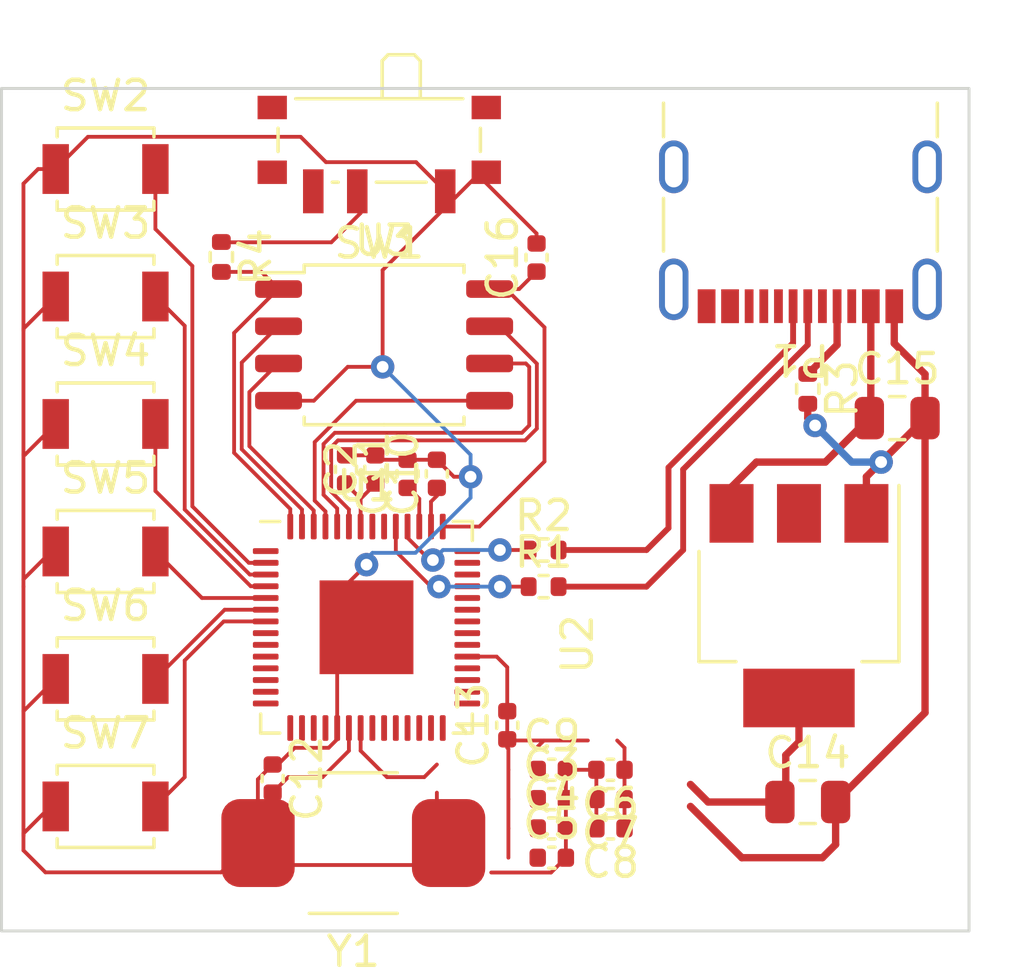
<source format=kicad_pcb>
(kicad_pcb (version 20221018) (generator pcbnew)
  (layers (0 "F.Cu" signal) (31 "B.Cu" signal) (34 "B.Paste" user) (35 "F.Paste" user) (36 "B.SilkS" user "B.Silkscreen") (37 "F.SilkS" user "F.Silkscreen") (38 "B.Mask" user) (39 "F.Mask" user) (44 "Edge.Cuts" user))
  (net 0 "")
  (net 1 "+1V1")
  (net 2 "GND")
  (net 3 "+3.3V")
  (net 4 "Net-(U1-XIN)")
  (net 5 "Net-(U1-XOUT)")
  (net 6 "VBUS")
  (net 7 "Net-(P1-CC)")
  (net 9 "Net-(U1-USB_DP)")
  (net 10 "USB_D+")
  (net 11 "Net-(U1-USB_DM)")
  (net 12 "USB_D-")
  (net 13 "Net-(SW1-B)")
  (net 14 "Net-(U1-QSPI_SS)")
  (net 15 "Net-(SW2-B)")
  (net 16 "Net-(SW3-B)")
  (net 17 "Net-(SW4-B)")
  (net 18 "Net-(SW5-B)")
  (net 19 "Net-(SW6-B)")
  (net 20 "Net-(SW7-B)")
  (net 48 "Net-(U1-QSPI_SD3)")
  (net 49 "Net-(U1-QSPI_SCLK)")
  (net 50 "Net-(U1-QSPI_SD0)")
  (net 51 "Net-(U1-QSPI_SD2)")
  (net 52 "Net-(U1-QSPI_SD1)")
  (footprint "Capacitor_SMD:C_0402_1005Metric" (layer "F.Cu") (at 114.52 73.5 180)
    (fp_text reference "C8" (at 0 -1.16) (layer "F.SilkS"))
    (fp_text value "100n")
    (pad "1" smd roundrect (at -0.48 0 180) (size 0.56 0.62) (layers "F.Cu" "F.Paste" "F.Mask") (net 3 "+3.3V"))
    (pad "2" smd roundrect (at 0.48 0 180) (size 0.56 0.62) (layers "F.Cu" "F.Paste" "F.Mask") (net 2 "GND"))
  )
  (footprint "Capacitor_SMD:C_0402_1005Metric" (layer "F.Cu") (at 103 71.8 -90)
    (fp_text reference "C12" (at 0 -1.16 90) (layer "F.SilkS"))
    (fp_text value "27p")
    (pad "1" smd roundrect (at -0.48 0 270) (size 0.56 0.62) (layers "F.Cu" "F.Paste" "F.Mask") (net 2 "GND"))
    (pad "2" smd roundrect (at 0.48 0 270) (size 0.56 0.62) (layers "F.Cu" "F.Paste" "F.Mask") (net 4 "Net-(U1-XIN)"))
  )
  (footprint "Capacitor_SMD:C_0402_1005Metric" (layer "F.Cu") (at 108.6 61.4 90)
    (fp_text reference "C10" (at 0 -1.16 90) (layer "F.SilkS"))
    (fp_text value "1u")
    (pad "1" smd roundrect (at -0.48 0 90) (size 0.56 0.62) (layers "F.Cu" "F.Paste" "F.Mask") (net 3 "+3.3V"))
    (pad "2" smd roundrect (at 0.48 0 90) (size 0.56 0.62) (layers "F.Cu" "F.Paste" "F.Mask") (net 2 "GND"))
  )
  (footprint "Capacitor_SMD:C_0402_1005Metric" (layer "F.Cu") (at 114.52 71.5 180)
    (fp_text reference "C6" (at 0 -1.16) (layer "F.SilkS"))
    (fp_text value "100n")
    (pad "1" smd roundrect (at -0.48 0 180) (size 0.56 0.62) (layers "F.Cu" "F.Paste" "F.Mask") (net 3 "+3.3V"))
    (pad "2" smd roundrect (at 0.48 0 180) (size 0.56 0.62) (layers "F.Cu" "F.Paste" "F.Mask") (net 2 "GND"))
  )
  (footprint "Capacitor_SMD:C_0805_2012Metric" (layer "F.Cu") (at 121.25 72.6)
    (fp_text reference "C14" (at 0 -1.68) (layer "F.SilkS"))
    (fp_text value "10u")
    (pad "1" smd roundrect (at -0.95 0) (size 1 1.45) (layers "F.Cu" "F.Paste" "F.Mask") (net 3 "+3.3V"))
    (pad "2" smd roundrect (at 0.95 0) (size 1 1.45) (layers "F.Cu" "F.Paste" "F.Mask") (net 2 "GND"))
  )
  (footprint "Resistor_SMD:R_0402_1005Metric" (layer "F.Cu") (at 121.25 58.5 -90)
    (fp_text reference "R3" (at 0 -1.17 90) (layer "F.SilkS"))
    (fp_text value "5.1k")
    (pad "1" smd roundrect (at -0.51 0 270) (size 0.54 0.64) (layers "F.Cu" "F.Paste" "F.Mask") (net 7 "Net-(P1-CC)"))
    (pad "2" smd roundrect (at 0.51 0 270) (size 0.54 0.64) (layers "F.Cu" "F.Paste" "F.Mask") (net 2 "GND"))
  )
  (footprint "Package_TO_SOT_SMD:SOT-223-3_TabPin2" (layer "F.Cu") (at 120.95 65.9 -90)
    (fp_text reference "U2" (at 1.315407 7.55675 90) (layer "F.SilkS"))
    (fp_text value "NCP1117-3.3_SOT223")
    (pad "1" smd rect (at -3.15 -2.3 270) (size 2 1.5) (layers "F.Cu" "F.Paste" "F.Mask") (net 2 "GND"))
    (pad "2" smd rect (at -3.15 0 270) (size 2 1.5) (layers "F.Cu" "F.Paste" "F.Mask") (net 3 "+3.3V"))
    (pad "2" smd rect (at 3.15 0 270) (size 2 3.8) (layers "F.Cu" "F.Paste" "F.Mask") (net 3 "+3.3V"))
    (pad "3" smd rect (at -3.15 2.3 270) (size 2 1.5) (layers "F.Cu" "F.Paste" "F.Mask") (net 6 "VBUS"))
  )
  (footprint "Button_Switch_SMD:SW_SPST_B3U-1000P" (layer "F.Cu") (at 97.3 68.4)
    (fp_text reference "SW6" (at 0 -2.5) (layer "F.SilkS"))
    (fp_text value "SW_SPST")
    (pad "1" smd rect (at -1.7 0) (size 0.9 1.7) (layers "F.Cu" "F.Paste" "F.Mask") (net 2 "GND"))
    (pad "2" smd rect (at 1.7 0) (size 0.9 1.7) (layers "F.Cu" "F.Paste" "F.Mask") (net 19 "Net-(SW6-B)"))
  )
  (footprint "Package_SO:SOIC-8_5.23x5.23mm_P1.27mm" (layer "F.Cu") (at 106.8 57)
    (fp_text reference "U3" (at 0 -3.56) (layer "F.SilkS"))
    (fp_text value "W25Q128JVS")
    (pad "1" smd roundrect (at -3.6 -1.905) (size 1.6 0.6) (layers "F.Cu" "F.Paste" "F.Mask") (net 14 "Net-(U1-QSPI_SS)"))
    (pad "2" smd roundrect (at -3.6 -0.635) (size 1.6 0.6) (layers "F.Cu" "F.Paste" "F.Mask") (net 52 "Net-(U1-QSPI_SD1)"))
    (pad "3" smd roundrect (at -3.6 0.635) (size 1.6 0.6) (layers "F.Cu" "F.Paste" "F.Mask") (net 51 "Net-(U1-QSPI_SD2)"))
    (pad "4" smd roundrect (at -3.6 1.905) (size 1.6 0.6) (layers "F.Cu" "F.Paste" "F.Mask") (net 2 "GND"))
    (pad "5" smd roundrect (at 3.6 1.905) (size 1.6 0.6) (layers "F.Cu" "F.Paste" "F.Mask") (net 50 "Net-(U1-QSPI_SD0)"))
    (pad "6" smd roundrect (at 3.6 0.635) (size 1.6 0.6) (layers "F.Cu" "F.Paste" "F.Mask") (net 49 "Net-(U1-QSPI_SCLK)"))
    (pad "7" smd roundrect (at 3.6 -0.635) (size 1.6 0.6) (layers "F.Cu" "F.Paste" "F.Mask") (net 48 "Net-(U1-QSPI_SD3)"))
    (pad "8" smd roundrect (at 3.6 -1.905) (size 1.6 0.6) (layers "F.Cu" "F.Paste" "F.Mask") (net 3 "+3.3V"))
  )
  (footprint "Button_Switch_SMD:SW_SPDT_PCM12" (layer "F.Cu") (at 106.635 50.33 180)
    (fp_text reference "SW1" (at 0 -3.2 180) (layer "F.SilkS"))
    (fp_text value "SW_SPST")
    (pad "" smd rect (at -3.65 -0.78 180) (size 1 0.8) (layers "F.Cu" "F.Paste" "F.Mask"))
    (pad "" smd rect (at -3.65 1.43 180) (size 1 0.8) (layers "F.Cu" "F.Paste" "F.Mask"))
    (pad "" np_thru_hole circle (at -1.5 0.33 180) (size 0.9 0.9) (drill 0.9) (layers "*.Cu" "*.Mask"))
    (pad "" np_thru_hole circle (at 1.5 0.33 180) (size 0.9 0.9) (drill 0.9) (layers "*.Cu" "*.Mask"))
    (pad "" smd rect (at 3.65 -0.78 180) (size 1 0.8) (layers "F.Cu" "F.Paste" "F.Mask"))
    (pad "" smd rect (at 3.65 1.43 180) (size 1 0.8) (layers "F.Cu" "F.Paste" "F.Mask"))
    (pad "1" smd rect (at -2.25 -1.43 180) (size 0.7 1.5) (layers "F.Cu" "F.Paste" "F.Mask") (net 2 "GND"))
    (pad "2" smd rect (at 0.75 -1.43 180) (size 0.7 1.5) (layers "F.Cu" "F.Paste" "F.Mask") (net 13 "Net-(SW1-B)"))
    (pad "3" smd rect (at 2.25 -1.43 180) (size 0.7 1.5) (layers "F.Cu" "F.Paste" "F.Mask"))
  )
  (footprint "Connector_USB:USB_C_Receptacle_GCT_USB4105-xx-A_16P_TopMnt_Horizontal" (layer "F.Cu") (at 121 52 180)
    (fp_text reference "P1" (at 0 -5.5 180 unlocked) (layer "F.SilkS"))
    (fp_text value "USB_C_Plug_USB2.0")
    (pad "" np_thru_hole circle (at -2.89 -2.605 180) (size 0.65 0.65) (drill 0.65) (layers "F&B.Cu" "*.Mask"))
    (pad "" np_thru_hole circle (at 2.89 -2.605 180) (size 0.65 0.65) (drill 0.65) (layers "F&B.Cu" "*.Mask"))
    (pad "A1" smd rect (at -3.2 -3.68 180) (size 0.6 1.15) (layers "F.Cu" "F.Paste" "F.Mask") (net 2 "GND"))
    (pad "A4" smd rect (at -2.4 -3.68 180) (size 0.6 1.15) (layers "F.Cu" "F.Paste" "F.Mask") (net 6 "VBUS"))
    (pad "A5" smd rect (at -1.25 -3.68 180) (size 0.3 1.15) (layers "F.Cu" "F.Paste" "F.Mask") (net 7 "Net-(P1-CC)"))
    (pad "A6" smd rect (at -0.25 -3.68 180) (size 0.3 1.15) (layers "F.Cu" "F.Paste" "F.Mask") (net 10 "USB_D+"))
    (pad "A7" smd rect (at 0.25 -3.68 180) (size 0.3 1.15) (layers "F.Cu" "F.Paste" "F.Mask") (net 12 "USB_D-"))
    (pad "A8" smd rect (at 1.25 -3.68 180) (size 0.3 1.15) (layers "F.Cu" "F.Paste" "F.Mask"))
    (pad "A9" smd rect (at 2.4 -3.68 180) (size 0.6 1.15) (layers "F.Cu" "F.Paste" "F.Mask") (net 6 "VBUS"))
    (pad "A12" smd rect (at 3.2 -3.68 180) (size 0.6 1.15) (layers "F.Cu" "F.Paste" "F.Mask") (net 2 "GND"))
    (pad "B1" smd rect (at 3.2 -3.68 180) (size 0.6 1.15) (layers "F.Cu" "F.Paste" "F.Mask") (net 2 "GND"))
    (pad "B4" smd rect (at 2.4 -3.68 180) (size 0.6 1.15) (layers "F.Cu" "F.Paste" "F.Mask") (net 6 "VBUS"))
    (pad "B5" smd rect (at 1.75 -3.68 180) (size 0.3 1.15) (layers "F.Cu" "F.Paste" "F.Mask"))
    (pad "B6" smd rect (at 0.75 -3.68 180) (size 0.3 1.15) (layers "F.Cu" "F.Paste" "F.Mask"))
    (pad "B7" smd rect (at -0.75 -3.68 180) (size 0.3 1.15) (layers "F.Cu" "F.Paste" "F.Mask"))
    (pad "B8" smd rect (at -1.75 -3.68 180) (size 0.3 1.15) (layers "F.Cu" "F.Paste" "F.Mask"))
    (pad "B9" smd rect (at -2.4 -3.68 180) (size 0.6 1.15) (layers "F.Cu" "F.Paste" "F.Mask") (net 6 "VBUS"))
    (pad "B12" smd rect (at -3.2 -3.68 180) (size 0.6 1.15) (layers "F.Cu" "F.Paste" "F.Mask") (net 2 "GND"))
    (pad "S1" thru_hole oval (at -4.32 -3.105 180) (size 1 2.1) (drill oval 0.6 1.7) (layers "*.Cu" "*.Mask" "F.Paste") (net 2 "GND"))
    (pad "S1" thru_hole oval (at -4.32 1.075 180) (size 1 1.8) (drill oval 0.6 1.4) (layers "*.Cu" "*.Mask" "F.Paste") (net 2 "GND"))
    (pad "S1" thru_hole oval (at 4.32 -3.105 180) (size 1 2.1) (drill oval 0.6 1.7) (layers "*.Cu" "*.Mask" "F.Paste") (net 2 "GND"))
    (pad "S1" thru_hole oval (at 4.32 1.075 180) (size 1 1.8) (drill oval 0.6 1.4) (layers "*.Cu" "*.Mask" "F.Paste") (net 2 "GND"))
  )
  (footprint "Capacitor_SMD:C_0402_1005Metric" (layer "F.Cu") (at 112.52 74.5)
    (fp_text reference "C5" (at 0 -1.16) (layer "F.SilkS"))
    (fp_text value "100n")
    (pad "1" smd roundrect (at -0.48 0) (size 0.56 0.62) (layers "F.Cu" "F.Paste" "F.Mask") (net 3 "+3.3V"))
    (pad "2" smd roundrect (at 0.48 0) (size 0.56 0.62) (layers "F.Cu" "F.Paste" "F.Mask") (net 2 "GND"))
  )
  (footprint "Resistor_SMD:R_0402_1005Metric" (layer "F.Cu") (at 101.25 54 -90)
    (fp_text reference "R4" (at 0 -1.17 90) (layer "F.SilkS"))
    (fp_text value "1k")
    (pad "1" smd roundrect (at -0.51 0 270) (size 0.54 0.64) (layers "F.Cu" "F.Paste" "F.Mask") (net 13 "Net-(SW1-B)"))
    (pad "2" smd roundrect (at 0.51 0 270) (size 0.54 0.64) (layers "F.Cu" "F.Paste" "F.Mask") (net 14 "Net-(U1-QSPI_SS)"))
  )
  (footprint "Capacitor_SMD:C_0402_1005Metric" (layer "F.Cu") (at 112.52 73.5)
    (fp_text reference "C4" (at 0 -1.16) (layer "F.SilkS"))
    (fp_text value "100n")
    (pad "1" smd roundrect (at -0.48 0) (size 0.56 0.62) (layers "F.Cu" "F.Paste" "F.Mask") (net 3 "+3.3V"))
    (pad "2" smd roundrect (at 0.48 0) (size 0.56 0.62) (layers "F.Cu" "F.Paste" "F.Mask") (net 2 "GND"))
  )
  (footprint "Capacitor_SMD:C_0402_1005Metric" (layer "F.Cu") (at 107.6 61.4 90)
    (fp_text reference "C11" (at 0 -1.16 90) (layer "F.SilkS"))
    (fp_text value "1u")
    (pad "1" smd roundrect (at -0.48 0 90) (size 0.56 0.62) (layers "F.Cu" "F.Paste" "F.Mask") (net 1 "+1V1"))
    (pad "2" smd roundrect (at 0.48 0 90) (size 0.56 0.62) (layers "F.Cu" "F.Paste" "F.Mask") (net 2 "GND"))
  )
  (footprint "Capacitor_SMD:C_0402_1005Metric" (layer "F.Cu") (at 114.52 72.5 180)
    (fp_text reference "C7" (at 0 -1.16) (layer "F.SilkS"))
    (fp_text value "100n")
    (pad "1" smd roundrect (at -0.48 0 180) (size 0.56 0.62) (layers "F.Cu" "F.Paste" "F.Mask") (net 3 "+3.3V"))
    (pad "2" smd roundrect (at 0.48 0 180) (size 0.56 0.62) (layers "F.Cu" "F.Paste" "F.Mask") (net 2 "GND"))
  )
  (footprint "Button_Switch_SMD:SW_SPST_B3U-1000P" (layer "F.Cu") (at 97.3 51)
    (fp_text reference "SW2" (at 0 -2.5) (layer "F.SilkS"))
    (fp_text value "SW_SPST")
    (pad "1" smd rect (at -1.7 0) (size 0.9 1.7) (layers "F.Cu" "F.Paste" "F.Mask") (net 2 "GND"))
    (pad "2" smd rect (at 1.7 0) (size 0.9 1.7) (layers "F.Cu" "F.Paste" "F.Mask") (net 15 "Net-(SW2-B)"))
  )
  (footprint "Crystal:Crystal_SMD_TXC_AX_8045-2Pin_8.0x4.5mm" (layer "F.Cu") (at 105.75 74 180)
    (fp_text reference "Y1" (at 0 -3.7 180) (layer "F.SilkS"))
    (fp_text value "12.000MHz")
    (pad "1" smd roundrect (at -3.25 0 180) (size 2.5 3) (layers "F.Cu" "F.Paste" "F.Mask") (net 5 "Net-(U1-XOUT)"))
    (pad "2" smd roundrect (at 3.25 0 180) (size 2.5 3) (layers "F.Cu" "F.Paste" "F.Mask") (net 4 "Net-(U1-XIN)"))
  )
  (footprint "Capacitor_SMD:C_0805_2012Metric" (layer "F.Cu") (at 124.3 59.5)
    (fp_text reference "C15" (at 0 -1.68) (layer "F.SilkS"))
    (fp_text value "10u")
    (pad "1" smd roundrect (at -0.95 0) (size 1 1.45) (layers "F.Cu" "F.Paste" "F.Mask") (net 6 "VBUS"))
    (pad "2" smd roundrect (at 0.95 0) (size 1 1.45) (layers "F.Cu" "F.Paste" "F.Mask") (net 2 "GND"))
  )
  (footprint "Capacitor_SMD:C_0402_1005Metric" (layer "F.Cu") (at 106.5 61.25 90)
    (fp_text reference "C2" (at 0 -1.16 90) (layer "F.SilkS"))
    (fp_text value "100n")
    (pad "1" smd roundrect (at -0.48 0 90) (size 0.56 0.62) (layers "F.Cu" "F.Paste" "F.Mask") (net 1 "+1V1"))
    (pad "2" smd roundrect (at 0.48 0 90) (size 0.56 0.62) (layers "F.Cu" "F.Paste" "F.Mask") (net 2 "GND"))
  )
  (footprint "Capacitor_SMD:C_0402_1005Metric" (layer "F.Cu") (at 112 54.02 90)
    (fp_text reference "C16" (at 0 -1.16 90) (layer "F.SilkS"))
    (fp_text value "100n")
    (pad "1" smd roundrect (at -0.48 0 90) (size 0.56 0.62) (layers "F.Cu" "F.Paste" "F.Mask") (net 3 "+3.3V"))
    (pad "2" smd roundrect (at 0.48 0 90) (size 0.56 0.62) (layers "F.Cu" "F.Paste" "F.Mask") (net 2 "GND"))
  )
  (footprint "Button_Switch_SMD:SW_SPST_B3U-1000P" (layer "F.Cu") (at 97.3 55.35)
    (fp_text reference "SW3" (at 0 -2.5) (layer "F.SilkS"))
    (fp_text value "SW_SPST")
    (pad "1" smd rect (at -1.7 0) (size 0.9 1.7) (layers "F.Cu" "F.Paste" "F.Mask") (net 2 "GND"))
    (pad "2" smd rect (at 1.7 0) (size 0.9 1.7) (layers "F.Cu" "F.Paste" "F.Mask") (net 16 "Net-(SW3-B)"))
  )
  (footprint "Capacitor_SMD:C_0402_1005Metric" (layer "F.Cu") (at 112.52 71.5)
    (fp_text reference "C9" (at 0 -1.16) (layer "F.SilkS"))
    (fp_text value "100n")
    (pad "1" smd roundrect (at -0.48 0) (size 0.56 0.62) (layers "F.Cu" "F.Paste" "F.Mask") (net 3 "+3.3V"))
    (pad "2" smd roundrect (at 0.48 0) (size 0.56 0.62) (layers "F.Cu" "F.Paste" "F.Mask") (net 2 "GND"))
  )
  (footprint "Resistor_SMD:R_0402_1005Metric" (layer "F.Cu") (at 112.24 64)
    (fp_text reference "R2" (at 0 -1.17) (layer "F.SilkS"))
    (fp_text value "27.4")
    (pad "1" smd roundrect (at -0.51 0) (size 0.54 0.64) (layers "F.Cu" "F.Paste" "F.Mask") (net 11 "Net-(U1-USB_DM)"))
    (pad "2" smd roundrect (at 0.51 0) (size 0.54 0.64) (layers "F.Cu" "F.Paste" "F.Mask") (net 12 "USB_D-"))
  )
  (footprint "Button_Switch_SMD:SW_SPST_B3U-1000P" (layer "F.Cu") (at 97.3 64.05)
    (fp_text reference "SW5" (at 0 -2.5) (layer "F.SilkS"))
    (fp_text value "SW_SPST")
    (pad "1" smd rect (at -1.7 0) (size 0.9 1.7) (layers "F.Cu" "F.Paste" "F.Mask") (net 2 "GND"))
    (pad "2" smd rect (at 1.7 0) (size 0.9 1.7) (layers "F.Cu" "F.Paste" "F.Mask") (net 18 "Net-(SW5-B)"))
  )
  (footprint "Resistor_SMD:R_0402_1005Metric" (layer "F.Cu") (at 112.24 65.25)
    (fp_text reference "R1" (at 0 -1.17) (layer "F.SilkS"))
    (fp_text value "27.4")
    (pad "1" smd roundrect (at -0.51 0) (size 0.54 0.64) (layers "F.Cu" "F.Paste" "F.Mask") (net 9 "Net-(U1-USB_DP)"))
    (pad "2" smd roundrect (at 0.51 0) (size 0.54 0.64) (layers "F.Cu" "F.Paste" "F.Mask") (net 10 "USB_D+"))
  )
  (footprint "Button_Switch_SMD:SW_SPST_B3U-1000P" (layer "F.Cu") (at 97.3 72.75)
    (fp_text reference "SW7" (at 0 -2.5) (layer "F.SilkS"))
    (fp_text value "SW_SPST")
    (pad "1" smd rect (at -1.7 0) (size 0.9 1.7) (layers "F.Cu" "F.Paste" "F.Mask") (net 2 "GND"))
    (pad "2" smd rect (at 1.7 0) (size 0.9 1.7) (layers "F.Cu" "F.Paste" "F.Mask") (net 20 "Net-(SW7-B)"))
  )
  (footprint "Capacitor_SMD:C_0402_1005Metric" (layer "F.Cu") (at 112.52 72.5)
    (fp_text reference "C3" (at 0 -1.16) (layer "F.SilkS"))
    (fp_text value "100n")
    (pad "1" smd roundrect (at -0.48 0) (size 0.56 0.62) (layers "F.Cu" "F.Paste" "F.Mask") (net 3 "+3.3V"))
    (pad "2" smd roundrect (at 0.48 0) (size 0.56 0.62) (layers "F.Cu" "F.Paste" "F.Mask") (net 2 "GND"))
  )
  (footprint "Capacitor_SMD:C_0402_1005Metric" (layer "F.Cu") (at 105.5 61.25 90)
    (fp_text reference "C1" hide)
    (fp_text value "100n")
    (pad "1" smd roundrect (at -0.48 0 90) (size 0.56 0.62) (layers "F.Cu" "F.Paste" "F.Mask") (net 1 "+1V1"))
    (pad "2" smd roundrect (at 0.48 0 90) (size 0.56 0.62) (layers "F.Cu" "F.Paste" "F.Mask") (net 2 "GND"))
  )
  (footprint "Package_DFN_QFN:QFN-56-1EP_7x7mm_P0.4mm_EP3.2x3.2mm" (layer "F.Cu") (at 106.2 66.6375)
    (fp_text reference "U1" (at 0 -4.82) (layer "F.SilkS"))
    (fp_text value "RP2040")
    (pad "1" smd roundrect (at -3.4375 -2.6) (size 0.875 0.2) (layers "F.Cu" "F.Paste" "F.Mask") (net 3 "+3.3V"))
    (pad "2" smd roundrect (at -3.4375 -2.2) (size 0.875 0.2) (layers "F.Cu" "F.Paste" "F.Mask") (net 15 "Net-(SW2-B)"))
    (pad "3" smd roundrect (at -3.4375 -1.8) (size 0.875 0.2) (layers "F.Cu" "F.Paste" "F.Mask") (net 16 "Net-(SW3-B)"))
    (pad "4" smd roundrect (at -3.4375 -1.4) (size 0.875 0.2) (layers "F.Cu" "F.Paste" "F.Mask") (net 17 "Net-(SW4-B)"))
    (pad "5" smd roundrect (at -3.4375 -1) (size 0.875 0.2) (layers "F.Cu" "F.Paste" "F.Mask") (net 18 "Net-(SW5-B)"))
    (pad "6" smd roundrect (at -3.4375 -0.6) (size 0.875 0.2) (layers "F.Cu" "F.Paste" "F.Mask") (net 19 "Net-(SW6-B)"))
    (pad "7" smd roundrect (at -3.4375 -0.2) (size 0.875 0.2) (layers "F.Cu" "F.Paste" "F.Mask") (net 20 "Net-(SW7-B)"))
    (pad "8" smd roundrect (at -3.4375 0.2) (size 0.875 0.2) (layers "F.Cu" "F.Paste" "F.Mask"))
    (pad "9" smd roundrect (at -3.4375 0.6) (size 0.875 0.2) (layers "F.Cu" "F.Paste" "F.Mask"))
    (pad "10" smd roundrect (at -3.4375 1) (size 0.875 0.2) (layers "F.Cu" "F.Paste" "F.Mask") (net 3 "+3.3V"))
    (pad "11" smd roundrect (at -3.4375 1.4) (size 0.875 0.2) (layers "F.Cu" "F.Paste" "F.Mask"))
    (pad "12" smd roundrect (at -3.4375 1.8) (size 0.875 0.2) (layers "F.Cu" "F.Paste" "F.Mask"))
    (pad "13" smd roundrect (at -3.4375 2.2) (size 0.875 0.2) (layers "F.Cu" "F.Paste" "F.Mask"))
    (pad "14" smd roundrect (at -3.4375 2.6) (size 0.875 0.2) (layers "F.Cu" "F.Paste" "F.Mask"))
    (pad "15" smd roundrect (at -2.6 3.4375) (size 0.2 0.875) (layers "F.Cu" "F.Paste" "F.Mask"))
    (pad "16" smd roundrect (at -2.2 3.4375) (size 0.2 0.875) (layers "F.Cu" "F.Paste" "F.Mask"))
    (pad "17" smd roundrect (at -1.8 3.4375) (size 0.2 0.875) (layers "F.Cu" "F.Paste" "F.Mask"))
    (pad "18" smd roundrect (at -1.4 3.4375) (size 0.2 0.875) (layers "F.Cu" "F.Paste" "F.Mask"))
    (pad "19" smd roundrect (at -1 3.4375) (size 0.2 0.875) (layers "F.Cu" "F.Paste" "F.Mask") (net 2 "GND"))
    (pad "20" smd roundrect (at -0.6 3.4375) (size 0.2 0.875) (layers "F.Cu" "F.Paste" "F.Mask") (net 4 "Net-(U1-XIN)"))
    (pad "21" smd roundrect (at -0.2 3.4375) (size 0.2 0.875) (layers "F.Cu" "F.Paste" "F.Mask") (net 5 "Net-(U1-XOUT)"))
    (pad "22" smd roundrect (at 0.2 3.4375) (size 0.2 0.875) (layers "F.Cu" "F.Paste" "F.Mask") (net 3 "+3.3V"))
    (pad "23" smd roundrect (at 0.6 3.4375) (size 0.2 0.875) (layers "F.Cu" "F.Paste" "F.Mask") (net 1 "+1V1"))
    (pad "24" smd roundrect (at 1 3.4375) (size 0.2 0.875) (layers "F.Cu" "F.Paste" "F.Mask"))
    (pad "25" smd roundrect (at 1.4 3.4375) (size 0.2 0.875) (layers "F.Cu" "F.Paste" "F.Mask"))
    (pad "26" smd roundrect (at 1.8 3.4375) (size 0.2 0.875) (layers "F.Cu" "F.Paste" "F.Mask"))
    (pad "27" smd roundrect (at 2.2 3.4375) (size 0.2 0.875) (layers "F.Cu" "F.Paste" "F.Mask"))
    (pad "28" smd roundrect (at 2.6 3.4375) (size 0.2 0.875) (layers "F.Cu" "F.Paste" "F.Mask"))
    (pad "29" smd roundrect (at 3.4375 2.6) (size 0.875 0.2) (layers "F.Cu" "F.Paste" "F.Mask"))
    (pad "30" smd roundrect (at 3.4375 2.2) (size 0.875 0.2) (layers "F.Cu" "F.Paste" "F.Mask"))
    (pad "31" smd roundrect (at 3.4375 1.8) (size 0.875 0.2) (layers "F.Cu" "F.Paste" "F.Mask"))
    (pad "32" smd roundrect (at 3.4375 1.4) (size 0.875 0.2) (layers "F.Cu" "F.Paste" "F.Mask"))
    (pad "33" smd roundrect (at 3.4375 1) (size 0.875 0.2) (layers "F.Cu" "F.Paste" "F.Mask") (net 3 "+3.3V"))
    (pad "34" smd roundrect (at 3.4375 0.6) (size 0.875 0.2) (layers "F.Cu" "F.Paste" "F.Mask"))
    (pad "35" smd roundrect (at 3.4375 0.2) (size 0.875 0.2) (layers "F.Cu" "F.Paste" "F.Mask"))
    (pad "36" smd roundrect (at 3.4375 -0.2) (size 0.875 0.2) (layers "F.Cu" "F.Paste" "F.Mask"))
    (pad "37" smd roundrect (at 3.4375 -0.6) (size 0.875 0.2) (layers "F.Cu" "F.Paste" "F.Mask"))
    (pad "38" smd roundrect (at 3.4375 -1) (size 0.875 0.2) (layers "F.Cu" "F.Paste" "F.Mask"))
    (pad "39" smd roundrect (at 3.4375 -1.4) (size 0.875 0.2) (layers "F.Cu" "F.Paste" "F.Mask"))
    (pad "40" smd roundrect (at 3.4375 -1.8) (size 0.875 0.2) (layers "F.Cu" "F.Paste" "F.Mask"))
    (pad "41" smd roundrect (at 3.4375 -2.2) (size 0.875 0.2) (layers "F.Cu" "F.Paste" "F.Mask"))
    (pad "42" smd roundrect (at 3.4375 -2.6) (size 0.875 0.2) (layers "F.Cu" "F.Paste" "F.Mask") (net 3 "+3.3V"))
    (pad "43" smd roundrect (at 2.6 -3.4375) (size 0.2 0.875) (layers "F.Cu" "F.Paste" "F.Mask") (net 3 "+3.3V"))
    (pad "44" smd roundrect (at 2.2 -3.4375) (size 0.2 0.875) (layers "F.Cu" "F.Paste" "F.Mask") (net 3 "+3.3V"))
    (pad "45" smd roundrect (at 1.8 -3.4375) (size 0.2 0.875) (layers "F.Cu" "F.Paste" "F.Mask") (net 1 "+1V1"))
    (pad "46" smd roundrect (at 1.4 -3.4375) (size 0.2 0.875) (layers "F.Cu" "F.Paste" "F.Mask") (net 11 "Net-(U1-USB_DM)"))
    (pad "47" smd roundrect (at 1 -3.4375) (size 0.2 0.875) (layers "F.Cu" "F.Paste" "F.Mask") (net 9 "Net-(U1-USB_DP)"))
    (pad "48" smd roundrect (at 0.6 -3.4375) (size 0.2 0.875) (layers "F.Cu" "F.Paste" "F.Mask") (net 3 "+3.3V"))
    (pad "49" smd roundrect (at 0.2 -3.4375) (size 0.2 0.875) (layers "F.Cu" "F.Paste" "F.Mask") (net 3 "+3.3V"))
    (pad "50" smd roundrect (at -0.2 -3.4375) (size 0.2 0.875) (layers "F.Cu" "F.Paste" "F.Mask") (net 1 "+1V1"))
    (pad "51" smd roundrect (at -0.6 -3.4375) (size 0.2 0.875) (layers "F.Cu" "F.Paste" "F.Mask") (net 48 "Net-(U1-QSPI_SD3)"))
    (pad "52" smd roundrect (at -1 -3.4375) (size 0.2 0.875) (layers "F.Cu" "F.Paste" "F.Mask") (net 49 "Net-(U1-QSPI_SCLK)"))
    (pad "53" smd roundrect (at -1.4 -3.4375) (size 0.2 0.875) (layers "F.Cu" "F.Paste" "F.Mask") (net 50 "Net-(U1-QSPI_SD0)"))
    (pad "54" smd roundrect (at -1.8 -3.4375) (size 0.2 0.875) (layers "F.Cu" "F.Paste" "F.Mask") (net 51 "Net-(U1-QSPI_SD2)"))
    (pad "55" smd roundrect (at -2.2 -3.4375) (size 0.2 0.875) (layers "F.Cu" "F.Paste" "F.Mask") (net 52 "Net-(U1-QSPI_SD1)"))
    (pad "56" smd roundrect (at -2.6 -3.4375) (size 0.2 0.875) (layers "F.Cu" "F.Paste" "F.Mask") (net 14 "Net-(U1-QSPI_SS)"))
    (pad "57" smd rect (at 0 0) (size 3.2 3.2) (layers "F.Cu" "F.Mask") (net 2 "GND"))
  )
  (footprint "Capacitor_SMD:C_0402_1005Metric" (layer "F.Cu") (at 111 69.98 90)
    (fp_text reference "C13" (at 0 -1.16 90) (layer "F.SilkS"))
    (fp_text value "27p")
    (pad "1" smd roundrect (at -0.48 0 90) (size 0.56 0.62) (layers "F.Cu" "F.Paste" "F.Mask") (net 2 "GND"))
    (pad "2" smd roundrect (at 0.48 0 90) (size 0.56 0.62) (layers "F.Cu" "F.Paste" "F.Mask") (net 5 "Net-(U1-XOUT)"))
  )
  (footprint "Button_Switch_SMD:SW_SPST_B3U-1000P" (layer "F.Cu") (at 97.3 59.7)
    (fp_text reference "SW4" (at 0 -2.5) (layer "F.SilkS"))
    (fp_text value "SW_SPST")
    (pad "1" smd rect (at -1.7 0) (size 0.9 1.7) (layers "F.Cu" "F.Paste" "F.Mask") (net 2 "GND"))
    (pad "2" smd rect (at 1.7 0) (size 0.9 1.7) (layers "F.Cu" "F.Paste" "F.Mask") (net 17 "Net-(SW4-B)"))
  )
  (gr_rect (start 93.75 48.25) (end 126.75 77) (stroke (width 0.1)) (fill none) (layer "Edge.Cuts"))
  (segment (start 107.63 61.88) (end 108 62.25) (width 0.13) (layer "F.Cu") (net 1))
  (segment (start 108 62.25) (end 108 63.2) (width 0.13) (layer "F.Cu") (net 1))
  (segment (start 106.5 61.75) (end 106 62.25) (width 0.13) (layer "F.Cu") (net 1))
  (segment (start 106.5 61.73) (end 106.5 61.75) (width 0.13) (layer "F.Cu") (net 1))
  (segment (start 105.5 61.75) (end 106 62.25) (width 0.13) (layer "F.Cu") (net 1))
  (segment (start 106 62.25) (end 106 63.2) (width 0.13) (layer "F.Cu") (net 1))
  (segment (start 105.5 61.73) (end 105.5 61.75) (width 0.13) (layer "F.Cu") (net 1))
  (segment (start 107.6 61.88) (end 107.63 61.88) (width 0.13) (layer "F.Cu") (net 1))
  (segment (start 106.75 57.75) (end 105.56 57.75) (width 0.13) (layer "F.Cu") (net 2))
  (segment (start 112.495 75.005) (end 110.455 75.005) (width 0.13) (layer "F.Cu") (net 2))
  (segment (start 113 71.5) (end 114.04 71.5) (width 0.13) (layer "F.Cu") (net 2))
  (segment (start 104.405 58.905) (end 103.2 58.905) (width 0.13) (layer "F.Cu") (net 2))
  (segment (start 124.2 56.95) (end 125.25 58) (width 0.25) (layer "F.Cu") (net 2))
  (segment (start 94.5 74.25) (end 95.25 75) (width 0.13) (layer "F.Cu") (net 2))
  (segment (start 113 74.5) (end 113 73.5) (width 0.13) (layer "F.Cu") (net 2))
  (segment (start 103.5 74.75) (end 102.495 73.745) (width 0.13) (layer "F.Cu") (net 2))
  (segment (start 103.18 71.32) (end 103.75 70.75) (width 0.13) (layer "F.Cu") (net 2))
  (segment (start 105.2 70.458982) (end 105.2 70.075) (width 0.13) (layer "F.Cu") (net 2))
  (segment (start 125.25 58) (end 125.25 59.5) (width 0.25) (layer "F.Cu") (net 2))
  (segment (start 105.5 60.77) (end 106.5 60.77) (width 0.13) (layer "F.Cu") (net 2))
  (segment (start 95.6 64.05) (end 95.45 64.05) (width 0.13) (layer "F.Cu") (net 2))
  (segment (start 106.2 64.5) (end 105.2 65.5) (width 0.13) (layer "F.Cu") (net 2))
  (segment (start 94.5 65.25) (end 94.5 69.5) (width 0.13) (layer "F.Cu") (net 2))
  (segment (start 94.5 51.5) (end 94.5 56.5) (width 0.13) (layer "F.Cu") (net 2))
  (segment (start 114.04 73.5) (end 114.04 72.5) (width 0.13) (layer "F.Cu") (net 2))
  (segment (start 94.5 60.75) (end 94.5 65) (width 0.13) (layer "F.Cu") (net 2))
  (segment (start 94.5 73.75) (end 94.5 74.25) (width 0.13) (layer "F.Cu") (net 2))
  (segment (start 122.2 72.6) (end 125.25 69.55) (width 0.25) (layer "F.Cu") (net 2))
  (segment (start 121.25 59.5) (end 121.5 59.75) (width 0.25) (layer "F.Cu") (net 2))
  (segment (start 95.6 68.4) (end 94.5 69.5) (width 0.13) (layer "F.Cu") (net 2))
  (segment (start 119 74.5) (end 117.25 72.75) (width 0.25) (layer "F.Cu") (net 2))
  (segment (start 95.425 72.75) (end 94.5 73.675) (width 0.13) (layer "F.Cu") (net 2))
  (segment (start 108.6 74.15) (end 108 74.75) (width 0.13) (layer "F.Cu") (net 2))
  (segment (start 113 72.5) (end 113 71.5) (width 0.13) (layer "F.Cu") (net 2))
  (segment (start 109.1 52.1) (end 110 51.2) (width 0.13) (layer "F.Cu") (net 2))
  (segment (start 124.2 55.68) (end 124.2 56.95) (width 0.25) (layer "F.Cu") (net 2))
  (segment (start 108 74.75) (end 103.5 74.75) (width 0.13) (layer "F.Cu") (net 2))
  (segment (start 103.953127 49.9) (end 96.7 49.9) (width 0.13) (layer "F.Cu") (net 2))
  (segment (start 107.45 60.77) (end 107.6 60.92) (width 0.13) (layer "F.Cu") (net 2))
  (segment (start 95.45 64.05) (end 94.5 65) (width 0.13) (layer "F.Cu") (net 2))
  (segment (start 114.04 72.5) (end 114.04 71.5) (width 0.13) (layer "F.Cu") (net 2))
  (segment (start 104.818127 50.765) (end 103.953127 49.9) (width 0.13) (layer "F.Cu") (net 2))
  (segment (start 107.6 60.92) (end 106.65 60.92) (width 0.13) (layer "F.Cu") (net 2))
  (segment (start 102.495 71.825) (end 103 71.32) (width 0.13) (layer "F.Cu") (net 2))
  (segment (start 121.75 74.5) (end 119 74.5) (width 0.25) (layer "F.Cu") (net 2))
  (segment (start 95.6 59.7) (end 94.55 60.75) (width 0.13) (layer "F.Cu") (net 2))
  (segment (start 94.5 56.5) (end 94.5 60.75) (width 0.13) (layer "F.Cu") (net 2))
  (segment (start 113 74.5) (end 112.495 75.005) (width 0.13) (layer "F.Cu") (net 2))
  (segment (start 95 51) (end 94.5 51.5) (width 0.13) (layer "F.Cu") (net 2))
  (segment (start 107.89 50.765) (end 104.818127 50.765) (width 0.13) (layer "F.Cu") (net 2))
  (segment (start 106.75 57.75) (end 106.75 54.45) (width 0.13) (layer "F.Cu") (net 2))
  (segment (start 106.75 54.45) (end 109.1 52.1) (width 0.13) (layer "F.Cu") (net 2))
  (segment (start 108.885 51.76) (end 107.89 50.765) (width 0.13) (layer "F.Cu") (net 2))
  (segment (start 103 71.32) (end 103.18 71.32) (width 0.13) (layer "F.Cu") (net 2))
  (segment (start 109.75 61.5) (end 109.18 61.5) (width 0.13) (layer "F.Cu") (net 2))
  (segment (start 94.55 60.75) (end 94.5 60.75) (width 0.13) (layer "F.Cu") (net 2))
  (segment (start 103.75 70.75) (end 104.908982 70.75) (width 0.13) (layer "F.Cu") (net 2))
  (segment (start 122.2 72.6) (end 122.2 74.05) (width 0.25) (layer "F.Cu") (net 2))
  (segment (start 104.908982 70.75) (end 105.2 70.458982) (width 0.13) (layer "F.Cu") (net 2))
  (segment (start 113 73.5) (end 113 72.5) (width 0.13) (layer "F.Cu") (net 2))
  (segment (start 95.6 55.35) (end 94.5 56.45) (width 0.13) (layer "F.Cu") (net 2))
  (segment (start 123.25 61.5) (end 123.25 62.75) (width 0.25) (layer "F.Cu") (net 2))
  (segment (start 109.455 75.005) (end 108.6 74.15) (width 0.13) (layer "F.Cu") (net 2))
  (segment (start 109.18 61.5) (end 108.6 60.92) (width 0.13) (layer "F.Cu") (net 2))
  (segment (start 125.25 59.5) (end 123.75 61) (width 0.25) (layer "F.Cu") (net 2))
  (segment (start 94.5 56.45) (end 94.5 56.5) (width 0.13) (layer "F.Cu") (net 2))
  (segment (start 101.24 75) (end 102.495 73.745) (width 0.13) (layer "F.Cu") (net 2))
  (segment (start 95.6 51) (end 95 51) (width 0.13) (layer "F.Cu") (net 2))
  (segment (start 95.6 72.75) (end 95.425 72.75) (width 0.13) (layer "F.Cu") (net 2))
  (segment (start 121.25 59.01) (end 121.25 59.5) (width 0.25) (layer "F.Cu") (net 2))
  (segment (start 108.6 60.92) (end 107.6 60.92) (width 0.13) (layer "F.Cu") (net 2))
  (segment (start 105.2 65.5) (end 105.2 70.075) (width 0.13) (layer "F.Cu") (net 2))
  (segment (start 94.5 69.5) (end 94.5 73.75) (width 0.13) (layer "F.Cu") (net 2))
  (segment (start 122.2 74.05) (end 121.75 74.5) (width 0.25) (layer "F.Cu") (net 2))
  (segment (start 105.56 57.75) (end 104.405 58.905) (width 0.13) (layer "F.Cu") (net 2))
  (segment (start 125.25 69.55) (end 125.25 59.5) (width 0.25) (layer "F.Cu") (net 2))
  (segment (start 94.5 65) (end 94.5 65.25) (width 0.13) (layer "F.Cu") (net 2))
  (segment (start 94.5 73.675) (end 94.5 73.75) (width 0.13) (layer "F.Cu") (net 2))
  (segment (start 95.25 75) (end 101.24 75) (width 0.13) (layer "F.Cu") (net 2))
  (segment (start 96.7 49.9) (end 95.6 51) (width 0.13) (layer "F.Cu") (net 2))
  (segment (start 112 53.2) (end 110 51.2) (width 0.13) (layer "F.Cu") (net 2))
  (segment (start 108.885 51.885) (end 109.1 52.1) (width 0.13) (layer "F.Cu") (net 2))
  (segment (start 112 53.54) (end 112 53.2) (width 0.13) (layer "F.Cu") (net 2))
  (segment (start 108.885 51.76) (end 108.885 51.885) (width 0.13) (layer "F.Cu") (net 2))
  (segment (start 102.495 73.745) (end 102.495 71.825) (width 0.13) (layer "F.Cu") (net 2))
  (segment (start 123.75 61) (end 123.25 61.5) (width 0.25) (layer "F.Cu") (net 2))
  (segment (start 108.6 72.28) (end 108.6 74.15) (width 0.13) (layer "F.Cu") (net 2))
  (segment (start 106.65 60.92) (end 106.5 60.77) (width 0.13) (layer "F.Cu") (net 2))
  (via (at 123.75 61) (size 0.8) (drill 0.4) (layers "F.Cu" "B.Cu") (net 2))
  (via (at 109.75 61.5) (size 0.8) (drill 0.4) (layers "F.Cu" "B.Cu") (net 2))
  (via (at 106.75 57.75) (size 0.8) (drill 0.4) (layers "F.Cu" "B.Cu") (net 2))
  (via (at 123.75 61) (size 0.8) (drill 0.4) (layers "F.Cu" "B.Cu") (net 2))
  (via (at 106.2 64.5) (size 0.8) (drill 0.4) (layers "F.Cu" "B.Cu") (net 2))
  (via (at 121.5 59.75) (size 0.8) (drill 0.4) (layers "F.Cu" "B.Cu") (net 2))
  (segment (start 122.75 61) (end 121.5 59.75) (width 0.25) (layer "B.Cu") (net 2))
  (segment (start 106.2 64.3) (end 106.2 64.5) (width 0.13) (layer "B.Cu") (net 2))
  (segment (start 109.75 60.75) (end 106.75 57.75) (width 0.13) (layer "B.Cu") (net 2))
  (segment (start 123.75 61) (end 122.75 61) (width 0.25) (layer "B.Cu") (net 2))
  (segment (start 106.402834 64.097166) (end 106.2 64.3) (width 0.13) (layer "B.Cu") (net 2))
  (segment (start 109.75 61.5) (end 109.75 60.75) (width 0.13) (layer "B.Cu") (net 2))
  (segment (start 109.75 62.216616) (end 107.86945 64.097166) (width 0.13) (layer "B.Cu") (net 2))
  (segment (start 109.75 61.5) (end 109.75 62.216616) (width 0.13) (layer "B.Cu") (net 2))
  (segment (start 107.86945 64.097166) (end 106.402834 64.097166) (width 0.13) (layer "B.Cu") (net 2))
  (segment (start 120.5 72.4) (end 120.3 72.6) (width 0.25) (layer "F.Cu") (net 3))
  (segment (start 120.95 69.05) (end 120.95 70.55) (width 0.25) (layer "F.Cu") (net 3))
  (segment (start 111.25 70.5) (end 111 70.25) (width 0.13) (layer "F.Cu") (net 3))
  (segment (start 111.04 70.79) (end 111.04 71.5) (width 0.13) (layer "F.Cu") (net 3))
  (segment (start 111 70.75) (end 111.04 70.79) (width 0.13) (layer "F.Cu") (net 3))
  (segment (start 108.6 61.88) (end 108.6 62.15) (width 0.13) (layer "F.Cu") (net 3))
  (segment (start 113.75 70.5) (end 111.25 70.5) (width 0.13) (layer "F.Cu") (net 3))
  (segment (start 112.25 70.5) (end 112 70.75) (width 0.13) (layer "F.Cu") (net 3))
  (segment (start 115 70.75) (end 114.75 70.5) (width 0.13) (layer "F.Cu") (net 3))
  (segment (start 111.04 74.5) (end 111.04 73.5) (width 0.13) (layer "F.Cu") (net 3))
  (segment (start 111.04 72.5) (end 111.04 71.5) (width 0.13) (layer "F.Cu") (net 3))
  (segment (start 120.5 71) (end 120.5 72.4) (width 0.25) (layer "F.Cu") (net 3))
  (segment (start 120.95 70.55) (end 120.5 71) (width 0.25) (layer "F.Cu") (net 3))
  (segment (start 108.6 62.15) (end 108.4 62.35) (width 0.13) (layer "F.Cu") (net 3))
  (segment (start 110.05 63.2) (end 112.27 60.98) (width 0.13) (layer "F.Cu") (net 3))
  (segment (start 110.6375 67.6375) (end 109.6375 67.6375) (width 0.13) (layer "F.Cu") (net 3))
  (segment (start 115 71.5) (end 115 70.75) (width 0.13) (layer "F.Cu") (net 3))
  (segment (start 111.405 55.095) (end 112 54.5) (width 0.13) (layer "F.Cu") (net 3))
  (segment (start 108.8 63.2) (end 110.05 63.2) (width 0.13) (layer "F.Cu") (net 3))
  (segment (start 112.27 56.402304) (end 110.962696 55.095) (width 0.13) (layer "F.Cu") (net 3))
  (segment (start 110.962696 55.095) (end 110.4 55.095) (width 0.13) (layer "F.Cu") (net 3))
  (segment (start 117.85 72.6) (end 117.25 72) (width 0.25) (layer "F.Cu") (net 3))
  (segment (start 115 72.5) (end 115 71.5) (width 0.13) (layer "F.Cu") (net 3))
  (segment (start 120.3 72.6) (end 117.85 72.6) (width 0.25) (layer "F.Cu") (net 3))
  (segment (start 110.4 55.095) (end 111.405 55.095) (width 0.13) (layer "F.Cu") (net 3))
  (segment (start 111 70.25) (end 111 68) (width 0.13) (layer "F.Cu") (net 3))
  (segment (start 108.4 62.35) (end 108.4 63.2) (width 0.13) (layer "F.Cu") (net 3))
  (segment (start 111 68) (end 110.6375 67.6375) (width 0.13) (layer "F.Cu") (net 3))
  (segment (start 112.27 60.98) (end 112.27 56.402304) (width 0.13) (layer "F.Cu") (net 3))
  (segment (start 111.04 73.5) (end 111.04 72.5) (width 0.13) (layer "F.Cu") (net 3))
  (segment (start 115 73.5) (end 115 72.5) (width 0.13) (layer "F.Cu") (net 3))
  (segment (start 105.6 70.85) (end 104.7 71.75) (width 0.13) (layer "F.Cu") (net 4))
  (segment (start 103.53 71.75) (end 104.7 71.75) (width 0.13) (layer "F.Cu") (net 4))
  (segment (start 105.6 70.075) (end 105.6 70.85) (width 0.13) (layer "F.Cu") (net 4))
  (segment (start 103 72.28) (end 103.53 71.75) (width 0.13) (layer "F.Cu") (net 4))
  (segment (start 108.17 71.75) (end 108.6 71.32) (width 0.13) (layer "F.Cu") (net 5))
  (segment (start 106.9 71.75) (end 108.17 71.75) (width 0.13) (layer "F.Cu") (net 5))
  (segment (start 106 70.075) (end 106 70.85) (width 0.13) (layer "F.Cu") (net 5))
  (segment (start 106 70.85) (end 106.9 71.75) (width 0.13) (layer "F.Cu") (net 5))
  (segment (start 119.5 61) (end 118.65 61.85) (width 0.25) (layer "F.Cu") (net 6))
  (segment (start 123.4 55.68) (end 123.4 59.45) (width 0.25) (layer "F.Cu") (net 6))
  (segment (start 123.35 59.5) (end 121.85 61) (width 0.25) (layer "F.Cu") (net 6))
  (segment (start 121.85 61) (end 119.5 61) (width 0.25) (layer "F.Cu") (net 6))
  (segment (start 123.4 59.45) (end 123.35 59.5) (width 0.25) (layer "F.Cu") (net 6))
  (segment (start 118.65 61.85) (end 118.65 62.75) (width 0.25) (layer "F.Cu") (net 6))
  (segment (start 122.25 55.68) (end 122.25 57) (width 0.25) (layer "F.Cu") (net 7))
  (segment (start 122.25 57) (end 121.25 58) (width 0.25) (layer "F.Cu") (net 7))
  (segment (start 111.73 65.25) (end 110.75 65.25) (width 0.13) (layer "F.Cu") (net 9))
  (segment (start 108.4025 65.25) (end 107.2 64.0475) (width 0.13) (layer "F.Cu") (net 9))
  (segment (start 108.6705 65.25) (end 108.4025 65.25) (width 0.13) (layer "F.Cu") (net 9))
  (segment (start 107.2 64.0475) (end 107.2 63.2) (width 0.13) (layer "F.Cu") (net 9))
  (via (at 110.75 65.25) (size 0.8) (drill 0.4) (layers "F.Cu" "B.Cu") (net 9))
  (via (at 108.6705 65.25) (size 0.8) (drill 0.4) (layers "F.Cu" "B.Cu") (net 9))
  (segment (start 110.75 65.25) (end 108.6705 65.25) (width 0.13) (layer "B.Cu") (net 9))
  (segment (start 121.25 55.68) (end 121.25 57) (width 0.2) (layer "F.Cu") (net 10))
  (segment (start 117 64) (end 115.75 65.25) (width 0.2) (layer "F.Cu") (net 10))
  (segment (start 115.75 65.25) (end 112.75 65.25) (width 0.2) (layer "F.Cu") (net 10))
  (segment (start 121.25 57) (end 117 61.25) (width 0.2) (layer "F.Cu") (net 10))
  (segment (start 117 61.25) (end 117 64) (width 0.2) (layer "F.Cu") (net 10))
  (segment (start 107.6 63.583982) (end 107.6 63.2) (width 0.13) (layer "F.Cu") (net 11))
  (segment (start 108.359642 64.343624) (end 107.6 63.583982) (width 0.13) (layer "F.Cu") (net 11))
  (segment (start 111.73 64) (end 110.75 64) (width 0.13) (layer "F.Cu") (net 11))
  (segment (start 108.46445 64.343624) (end 108.359642 64.343624) (width 0.13) (layer "F.Cu") (net 11))
  (via (at 110.75 64) (size 0.8) (drill 0.4) (layers "F.Cu" "B.Cu") (net 11))
  (via (at 108.46445 64.343624) (size 0.8) (drill 0.4) (layers "F.Cu" "B.Cu") (net 11))
  (segment (start 108.46445 64.343624) (end 108.808074 64) (width 0.13) (layer "B.Cu") (net 11))
  (segment (start 108.808074 64) (end 110.75 64) (width 0.13) (layer "B.Cu") (net 11))
  (segment (start 120.75 55.68) (end 120.75 56.934314) (width 0.2) (layer "F.Cu") (net 12))
  (segment (start 115.75 64) (end 116.5 63.25) (width 0.2) (layer "F.Cu") (net 12))
  (segment (start 120.75 56.934314) (end 116.5 61.184314) (width 0.2) (layer "F.Cu") (net 12))
  (segment (start 112.75 64) (end 115.75 64) (width 0.2) (layer "F.Cu") (net 12))
  (segment (start 116.5 63.25) (end 116.5 61.184314) (width 0.2) (layer "F.Cu") (net 12))
  (segment (start 105 53.5) (end 106 52.5) (width 0.13) (layer "F.Cu") (net 13))
  (segment (start 105.885 51.76) (end 105.885 52.385) (width 0.13) (layer "F.Cu") (net 13))
  (segment (start 105.885 52.385) (end 106 52.5) (width 0.13) (layer "F.Cu") (net 13))
  (segment (start 101.26 53.5) (end 105 53.5) (width 0.13) (layer "F.Cu") (net 13))
  (segment (start 101.25 53.49) (end 101.26 53.5) (width 0.13) (layer "F.Cu") (net 13))
  (segment (start 101.25 54.51) (end 102.615 54.51) (width 0.13) (layer "F.Cu") (net 14))
  (segment (start 101.685 60.685) (end 103.6 62.6) (width 0.13) (layer "F.Cu") (net 14))
  (segment (start 103.6 62.6) (end 103.6 63.2) (width 0.13) (layer "F.Cu") (net 14))
  (segment (start 101.685 56.592096) (end 101.685 60.685) (width 0.13) (layer "F.Cu") (net 14))
  (segment (start 102.615 54.51) (end 103.2 55.095) (width 0.13) (layer "F.Cu") (net 14))
  (segment (start 103.182096 55.095) (end 101.685 56.592096) (width 0.13) (layer "F.Cu") (net 14))
  (segment (start 103.2 55.095) (end 103.182096 55.095) (width 0.13) (layer "F.Cu") (net 14))
  (segment (start 102.1875 64.4375) (end 102.7625 64.4375) (width 0.13) (layer "F.Cu") (net 15))
  (segment (start 99 51) (end 99 53.04669) (width 0.13) (layer "F.Cu") (net 15))
  (segment (start 100.26 62.51) (end 102.1875 64.4375) (width 0.13) (layer "F.Cu") (net 15))
  (segment (start 100.26 54.30669) (end 100.26 62.51) (width 0.13) (layer "F.Cu") (net 15))
  (segment (start 99 53.04669) (end 100.26 54.30669) (width 0.13) (layer "F.Cu") (net 15))
  (segment (start 100 62.617696) (end 102.219804 64.8375) (width 0.13) (layer "F.Cu") (net 16))
  (segment (start 99 55.35) (end 100 56.35) (width 0.13) (layer "F.Cu") (net 16))
  (segment (start 100 56.35) (end 100 62.617696) (width 0.13) (layer "F.Cu") (net 16))
  (segment (start 102.219804 64.8375) (end 102.7625 64.8375) (width 0.13) (layer "F.Cu") (net 16))
  (segment (start 99 61.985392) (end 102.252108 65.2375) (width 0.13) (layer "F.Cu") (net 17))
  (segment (start 102.252108 65.2375) (end 102.7625 65.2375) (width 0.13) (layer "F.Cu") (net 17))
  (segment (start 99 59.7) (end 99 61.985392) (width 0.13) (layer "F.Cu") (net 17))
  (segment (start 99 64.05) (end 100.5875 65.6375) (width 0.13) (layer "F.Cu") (net 18))
  (segment (start 100.5875 65.6375) (end 102.7625 65.6375) (width 0.13) (layer "F.Cu") (net 18))
  (segment (start 99 68.4) (end 101.3625 66.0375) (width 0.13) (layer "F.Cu") (net 19))
  (segment (start 101.3625 66.0375) (end 102.7625 66.0375) (width 0.13) (layer "F.Cu") (net 19))
  (segment (start 99 72.75) (end 100 71.75) (width 0.13) (layer "F.Cu") (net 20))
  (segment (start 100 67.767696) (end 101.330196 66.4375) (width 0.13) (layer "F.Cu") (net 20))
  (segment (start 100 71.75) (end 100 67.767696) (width 0.13) (layer "F.Cu") (net 20))
  (segment (start 101.330196 66.4375) (end 102.7625 66.4375) (width 0.13) (layer "F.Cu") (net 20))
  (segment (start 111.607696 60.26) (end 105.226238 60.26) (width 0.13) (layer "F.Cu") (net 48))
  (segment (start 110.4 56.365) (end 110.732696 56.365) (width 0.13) (layer "F.Cu") (net 48))
  (segment (start 105.6 62.613762) (end 105.6 63.2) (width 0.13) (layer "F.Cu") (net 48))
  (segment (start 112.01 59.857696) (end 111.607696 60.26) (width 0.13) (layer "F.Cu") (net 48))
  (segment (start 112.01 57.642304) (end 112.01 59.857696) (width 0.13) (layer "F.Cu") (net 48))
  (segment (start 104.995 60.491238) (end 104.995 62.008762) (width 0.13) (layer "F.Cu") (net 48))
  (segment (start 110.732696 56.365) (end 112.01 57.642304) (width 0.13) (layer "F.Cu") (net 48))
  (segment (start 104.995 62.008762) (end 105.6 62.613762) (width 0.13) (layer "F.Cu") (net 48))
  (segment (start 105.226238 60.26) (end 104.995 60.491238) (width 0.13) (layer "F.Cu") (net 48))
  (segment (start 111.75 57.75) (end 111.635 57.635) (width 0.13) (layer "F.Cu") (net 49))
  (segment (start 111.635 57.635) (end 110.4 57.635) (width 0.13) (layer "F.Cu") (net 49))
  (segment (start 104.735 60.383542) (end 105.118542 60) (width 0.13) (layer "F.Cu") (net 49))
  (segment (start 104.735 62.116458) (end 104.735 60.383542) (width 0.13) (layer "F.Cu") (net 49))
  (segment (start 105.118542 60) (end 111.5 60) (width 0.13) (layer "F.Cu") (net 49))
  (segment (start 105.2 62.581458) (end 104.735 62.116458) (width 0.13) (layer "F.Cu") (net 49))
  (segment (start 105.2 63.2) (end 105.2 62.581458) (width 0.13) (layer "F.Cu") (net 49))
  (segment (start 111.75 59.75) (end 111.75 57.75) (width 0.13) (layer "F.Cu") (net 49))
  (segment (start 111.5 60) (end 111.75 59.75) (width 0.13) (layer "F.Cu") (net 49))
  (segment (start 104.433848 62.316152) (end 104.8 62.682304) (width 0.13) (layer "F.Cu") (net 50))
  (segment (start 104.8 62.682304) (end 104.8 63.2) (width 0.13) (layer "F.Cu") (net 50))
  (segment (start 110.4 58.905) (end 105.845846 58.905) (width 0.13) (layer "F.Cu") (net 50))
  (segment (start 105.845846 58.905) (end 104.433848 60.316998) (width 0.13) (layer "F.Cu") (net 50))
  (segment (start 104.433848 60.316998) (end 104.433848 62.316152) (width 0.13) (layer "F.Cu") (net 50))
  (segment (start 102.205 60.455) (end 104.4 62.65) (width 0.13) (layer "F.Cu") (net 51))
  (segment (start 102.205 58.612096) (end 102.205 60.455) (width 0.13) (layer "F.Cu") (net 51))
  (segment (start 104.4 62.65) (end 104.4 63.2) (width 0.13) (layer "F.Cu") (net 51))
  (segment (start 103.182096 57.635) (end 102.205 58.612096) (width 0.13) (layer "F.Cu") (net 51))
  (segment (start 103.2 57.635) (end 103.182096 57.635) (width 0.13) (layer "F.Cu") (net 51))
  (segment (start 103.2 56.365) (end 103.182096 56.365) (width 0.13) (layer "F.Cu") (net 52))
  (segment (start 101.945 60.562696) (end 104 62.617696) (width 0.13) (layer "F.Cu") (net 52))
  (segment (start 103.182096 56.365) (end 101.945 57.602096) (width 0.13) (layer "F.Cu") (net 52))
  (segment (start 101.945 57.602096) (end 101.945 60.562696) (width 0.13) (layer "F.Cu") (net 52))
  (segment (start 104 62.617696) (end 104 63.2) (width 0.13) (layer "F.Cu") (net 52))
)
</source>
